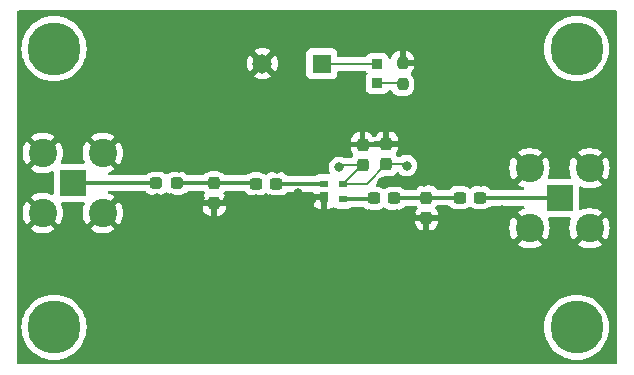
<source format=gbr>
%TF.GenerationSoftware,KiCad,Pcbnew,7.0.5*%
%TF.CreationDate,2023-11-04T20:08:50-04:00*%
%TF.ProjectId,LNA,4c4e412e-6b69-4636-9164-5f7063625858,rev?*%
%TF.SameCoordinates,Original*%
%TF.FileFunction,Copper,L1,Top*%
%TF.FilePolarity,Positive*%
%FSLAX46Y46*%
G04 Gerber Fmt 4.6, Leading zero omitted, Abs format (unit mm)*
G04 Created by KiCad (PCBNEW 7.0.5) date 2023-11-04 20:08:50*
%MOMM*%
%LPD*%
G01*
G04 APERTURE LIST*
G04 Aperture macros list*
%AMRoundRect*
0 Rectangle with rounded corners*
0 $1 Rounding radius*
0 $2 $3 $4 $5 $6 $7 $8 $9 X,Y pos of 4 corners*
0 Add a 4 corners polygon primitive as box body*
4,1,4,$2,$3,$4,$5,$6,$7,$8,$9,$2,$3,0*
0 Add four circle primitives for the rounded corners*
1,1,$1+$1,$2,$3*
1,1,$1+$1,$4,$5*
1,1,$1+$1,$6,$7*
1,1,$1+$1,$8,$9*
0 Add four rect primitives between the rounded corners*
20,1,$1+$1,$2,$3,$4,$5,0*
20,1,$1+$1,$4,$5,$6,$7,0*
20,1,$1+$1,$6,$7,$8,$9,0*
20,1,$1+$1,$8,$9,$2,$3,0*%
G04 Aperture macros list end*
%TA.AperFunction,SMDPad,CuDef*%
%ADD10RoundRect,0.237500X-0.300000X-0.237500X0.300000X-0.237500X0.300000X0.237500X-0.300000X0.237500X0*%
%TD*%
%TA.AperFunction,SMDPad,CuDef*%
%ADD11RoundRect,0.237500X-0.287500X-0.237500X0.287500X-0.237500X0.287500X0.237500X-0.287500X0.237500X0*%
%TD*%
%TA.AperFunction,SMDPad,CuDef*%
%ADD12RoundRect,0.237500X0.300000X0.237500X-0.300000X0.237500X-0.300000X-0.237500X0.300000X-0.237500X0*%
%TD*%
%TA.AperFunction,SMDPad,CuDef*%
%ADD13RoundRect,0.237500X-0.237500X0.300000X-0.237500X-0.300000X0.237500X-0.300000X0.237500X0.300000X0*%
%TD*%
%TA.AperFunction,SMDPad,CuDef*%
%ADD14RoundRect,0.237500X0.237500X-0.300000X0.237500X0.300000X-0.237500X0.300000X-0.237500X-0.300000X0*%
%TD*%
%TA.AperFunction,ComponentPad*%
%ADD15R,2.250000X2.250000*%
%TD*%
%TA.AperFunction,ComponentPad*%
%ADD16C,2.400000*%
%TD*%
%TA.AperFunction,ComponentPad*%
%ADD17C,4.500000*%
%TD*%
%TA.AperFunction,ComponentPad*%
%ADD18R,1.650000X1.650000*%
%TD*%
%TA.AperFunction,ComponentPad*%
%ADD19C,1.650000*%
%TD*%
%TA.AperFunction,SMDPad,CuDef*%
%ADD20R,0.800000X0.600000*%
%TD*%
%TA.AperFunction,SMDPad,CuDef*%
%ADD21R,0.800000X0.900000*%
%TD*%
%TA.AperFunction,SMDPad,CuDef*%
%ADD22R,0.930000X0.810000*%
%TD*%
%TA.AperFunction,SMDPad,CuDef*%
%ADD23RoundRect,0.237500X0.237500X-0.287500X0.237500X0.287500X-0.237500X0.287500X-0.237500X-0.287500X0*%
%TD*%
%TA.AperFunction,SMDPad,CuDef*%
%ADD24RoundRect,0.237500X-0.237500X0.250000X-0.237500X-0.250000X0.237500X-0.250000X0.237500X0.250000X0*%
%TD*%
%TA.AperFunction,ViaPad*%
%ADD25C,0.800000*%
%TD*%
%TA.AperFunction,Conductor*%
%ADD26C,0.348996*%
%TD*%
%TA.AperFunction,Conductor*%
%ADD27C,0.203200*%
%TD*%
G04 APERTURE END LIST*
D10*
%TO.P,C5,1*%
%TO.N,Net-(C3-Pad1)*%
X184117500Y-119960000D03*
%TO.P,C5,2*%
%TO.N,LNA_OUTPUT*%
X185842500Y-119960000D03*
%TD*%
D11*
%TO.P,L1,1,1*%
%TO.N,LNA_INPUT*%
X158415000Y-118740000D03*
%TO.P,L1,2,2*%
%TO.N,Net-(C1-Pad1)*%
X160165000Y-118740000D03*
%TD*%
D12*
%TO.P,C2,1*%
%TO.N,Net-(IC1-IN)*%
X168602500Y-118790000D03*
%TO.P,C2,2*%
%TO.N,Net-(C1-Pad1)*%
X166877500Y-118790000D03*
%TD*%
D13*
%TO.P,C1,1*%
%TO.N,Net-(C1-Pad1)*%
X163330000Y-118717500D03*
%TO.P,C1,2*%
%TO.N,GND*%
X163330000Y-120442500D03*
%TD*%
D14*
%TO.P,C4,1*%
%TO.N,+3.3V*%
X175890000Y-117182500D03*
%TO.P,C4,2*%
%TO.N,GND*%
X175890000Y-115457500D03*
%TD*%
D15*
%TO.P,J2,1,1*%
%TO.N,LNA_INPUT*%
X151355000Y-118710000D03*
D16*
%TO.P,J2,2,2*%
%TO.N,GND*%
X153895000Y-121250000D03*
%TO.P,J2,3,3*%
X153895000Y-116170000D03*
%TO.P,J2,4,4*%
X148815000Y-116170000D03*
%TO.P,J2,5,5*%
X148815000Y-121250000D03*
%TD*%
D17*
%TO.P,,1*%
%TO.N,N/C*%
X149770000Y-130930000D03*
%TD*%
D18*
%TO.P,J1,01,01*%
%TO.N,+3.3V*%
X172420000Y-108600000D03*
D19*
%TO.P,J1,02,02*%
%TO.N,GND*%
X167420000Y-108600000D03*
%TD*%
D20*
%TO.P,IC1,1,IN*%
%TO.N,Net-(IC1-IN)*%
X172640000Y-118780000D03*
D21*
%TO.P,IC1,2,GND*%
%TO.N,GND*%
X172640000Y-119930000D03*
D20*
%TO.P,IC1,3,OUT*%
%TO.N,Net-(IC1-OUT)*%
X174240000Y-120080000D03*
%TO.P,IC1,4,VD*%
%TO.N,+3.3V*%
X174240000Y-118780000D03*
%TD*%
D22*
%TO.P,D1,A*%
%TO.N,+3.3V*%
X177130000Y-108630000D03*
%TO.P,D1,C*%
%TO.N,Net-(D1-PadC)*%
X177130000Y-110250000D03*
%TD*%
D23*
%TO.P,L2,1,1*%
%TO.N,GND*%
X181300000Y-121695000D03*
%TO.P,L2,2,2*%
%TO.N,Net-(C3-Pad1)*%
X181300000Y-119945000D03*
%TD*%
D24*
%TO.P,R1,1*%
%TO.N,GND*%
X179280000Y-108537500D03*
%TO.P,R1,2*%
%TO.N,Net-(D1-PadC)*%
X179280000Y-110362500D03*
%TD*%
D14*
%TO.P,C6,1*%
%TO.N,+3.3V*%
X177910000Y-117112500D03*
%TO.P,C6,2*%
%TO.N,GND*%
X177910000Y-115387500D03*
%TD*%
D17*
%TO.P,,1*%
%TO.N,N/C*%
X194020000Y-130930000D03*
%TD*%
%TO.P,,1*%
%TO.N,N/C*%
X149770000Y-107350000D03*
%TD*%
D12*
%TO.P,C3,1*%
%TO.N,Net-(C3-Pad1)*%
X178552500Y-120010000D03*
%TO.P,C3,2*%
%TO.N,Net-(IC1-OUT)*%
X176827500Y-120010000D03*
%TD*%
D15*
%TO.P,J3,1,1*%
%TO.N,LNA_OUTPUT*%
X192575000Y-120000000D03*
D16*
%TO.P,J3,2,2*%
%TO.N,GND*%
X190035000Y-117460000D03*
%TO.P,J3,3,3*%
X190035000Y-122540000D03*
%TO.P,J3,4,4*%
X195115000Y-122540000D03*
%TO.P,J3,5,5*%
X195115000Y-117460000D03*
%TD*%
D17*
%TO.P,,1*%
%TO.N,N/C*%
X194020000Y-107350000D03*
%TD*%
D25*
%TO.N,GND*%
X171610000Y-120100000D03*
X165652856Y-120100000D03*
X187960000Y-133350000D03*
X181610000Y-111760000D03*
X163890000Y-117470000D03*
X152400000Y-127000000D03*
X186809272Y-130222354D03*
X178868558Y-131194686D03*
X169520000Y-120080000D03*
X185890000Y-118650000D03*
X178808568Y-121320000D03*
X188468000Y-118872000D03*
X160315712Y-117470000D03*
X182287140Y-118630000D03*
X190500000Y-128270000D03*
X158515712Y-120020000D03*
X165100000Y-130810000D03*
X172720000Y-132080000D03*
X156210000Y-124460000D03*
X158708870Y-109317211D03*
X182771428Y-121320000D03*
X163830000Y-106680000D03*
X166242856Y-117540000D03*
X152400000Y-111760000D03*
X179360000Y-115830000D03*
X181095712Y-118630000D03*
X183962856Y-121320000D03*
X159707140Y-120020000D03*
X189230000Y-127000000D03*
X155176063Y-113498239D03*
X164461428Y-120100000D03*
X178712856Y-118630000D03*
X165051428Y-117540000D03*
X174470000Y-115860000D03*
X170420000Y-119530000D03*
X184150000Y-132080000D03*
X168035712Y-120100000D03*
X185420000Y-127000000D03*
X168910000Y-130810000D03*
X162090000Y-120020000D03*
X162209266Y-128050812D03*
X166357884Y-115572548D03*
X157480000Y-111760000D03*
X186971327Y-114697449D03*
X187730000Y-120980000D03*
X185448007Y-123221562D03*
X185154284Y-121320000D03*
X181610000Y-129540000D03*
X157480000Y-128270000D03*
X156741428Y-117470000D03*
X156132856Y-120020000D03*
X161290000Y-109220000D03*
X161507140Y-117470000D03*
X162954721Y-113012073D03*
X184670000Y-118630000D03*
X173990000Y-125730000D03*
X159746024Y-113919583D03*
X157324284Y-120020000D03*
X187651960Y-109479266D03*
X180391879Y-126559902D03*
X182880000Y-115570000D03*
X168625712Y-117540000D03*
X176530000Y-129540000D03*
X181180000Y-107610000D03*
X171008568Y-117540000D03*
X187960000Y-107950000D03*
X176425712Y-121320000D03*
X148590000Y-111760000D03*
X162698568Y-117470000D03*
X153670000Y-109220000D03*
X179904284Y-118630000D03*
X172200000Y-117540000D03*
X167434284Y-117540000D03*
X169696224Y-114243694D03*
X170180000Y-128270000D03*
X185420000Y-107950000D03*
X177521428Y-118630000D03*
X149860000Y-113030000D03*
X195657495Y-111974919D03*
X184150000Y-111760000D03*
X177617140Y-121320000D03*
X157480000Y-130810000D03*
X186560000Y-121270000D03*
X169817140Y-117540000D03*
X176530000Y-124460000D03*
X180000000Y-121320000D03*
X162403732Y-111002586D03*
X160898568Y-120020000D03*
X172418755Y-115442904D03*
X165100000Y-125730000D03*
X189230000Y-111760000D03*
X161290000Y-111760000D03*
X162533377Y-115507726D03*
X187110000Y-118830000D03*
X159124284Y-117470000D03*
X160199779Y-106497447D03*
X148590000Y-124460000D03*
X166844284Y-120100000D03*
X157932856Y-117470000D03*
X160020000Y-124460000D03*
X167640000Y-124460000D03*
X154592663Y-106043692D03*
X183478568Y-118630000D03*
X156210000Y-106680000D03*
%TO.N,+3.3V*%
X173920000Y-117400000D03*
X179630000Y-117240000D03*
%TD*%
D26*
%TO.N,Net-(C1-Pad1)*%
X163307500Y-118740000D02*
X163330000Y-118717500D01*
X163330000Y-118717500D02*
X166805000Y-118717500D01*
X166805000Y-118717500D02*
X166877500Y-118790000D01*
X160165000Y-118740000D02*
X163307500Y-118740000D01*
D27*
%TO.N,GND*%
X174872500Y-115457500D02*
X174470000Y-115860000D01*
X175890000Y-115457500D02*
X174872500Y-115457500D01*
X172640000Y-119930000D02*
X171780000Y-119930000D01*
X171780000Y-119930000D02*
X171610000Y-120100000D01*
X179280000Y-108537500D02*
X180252500Y-108537500D01*
X180252500Y-108537500D02*
X181180000Y-107610000D01*
X177910000Y-115387500D02*
X178917500Y-115387500D01*
X178917500Y-115387500D02*
X179360000Y-115830000D01*
D26*
%TO.N,Net-(IC1-IN)*%
X168612500Y-118780000D02*
X172640000Y-118780000D01*
X168602500Y-118790000D02*
X168612500Y-118780000D01*
%TO.N,Net-(C3-Pad1)*%
X181235000Y-120010000D02*
X181300000Y-119945000D01*
X178552500Y-120010000D02*
X181235000Y-120010000D01*
X181300000Y-119945000D02*
X184102500Y-119945000D01*
X184102500Y-119945000D02*
X184117500Y-119960000D01*
%TO.N,Net-(IC1-OUT)*%
X174240000Y-120080000D02*
X176757500Y-120080000D01*
X176757500Y-120080000D02*
X176827500Y-120010000D01*
D27*
%TO.N,+3.3V*%
X176242500Y-118780000D02*
X174240000Y-118780000D01*
X174137500Y-117182500D02*
X173920000Y-117400000D01*
X175890000Y-117182500D02*
X174137500Y-117182500D01*
X175837500Y-117182500D02*
X174240000Y-118780000D01*
X177910000Y-117112500D02*
X179502500Y-117112500D01*
X172400000Y-108630000D02*
X177130000Y-108630000D01*
X177910000Y-117112500D02*
X176242500Y-118780000D01*
X175890000Y-117182500D02*
X175837500Y-117182500D01*
X179502500Y-117112500D02*
X179630000Y-117240000D01*
D26*
%TO.N,LNA_OUTPUT*%
X185842500Y-119960000D02*
X185882500Y-120000000D01*
X185882500Y-120000000D02*
X192575000Y-120000000D01*
D27*
%TO.N,Net-(D1-PadC)*%
X177130000Y-110250000D02*
X179167500Y-110250000D01*
X179167500Y-110250000D02*
X179280000Y-110362500D01*
D26*
%TO.N,LNA_INPUT*%
X158385000Y-118710000D02*
X158415000Y-118740000D01*
X151355000Y-118710000D02*
X158385000Y-118710000D01*
%TD*%
%TA.AperFunction,Conductor*%
%TO.N,GND*%
G36*
X197392539Y-104130185D02*
G01*
X197438294Y-104182989D01*
X197449500Y-104234500D01*
X197449500Y-133915500D01*
X197429815Y-133982539D01*
X197377011Y-134028294D01*
X197325500Y-134039500D01*
X146774500Y-134039500D01*
X146707461Y-134019815D01*
X146661706Y-133967011D01*
X146650500Y-133915500D01*
X146650500Y-130930000D01*
X147014473Y-130930000D01*
X147034563Y-131262136D01*
X147034563Y-131262141D01*
X147034564Y-131262142D01*
X147094544Y-131589441D01*
X147094545Y-131589445D01*
X147094546Y-131589449D01*
X147193530Y-131907104D01*
X147193534Y-131907116D01*
X147193537Y-131907123D01*
X147330102Y-132210557D01*
X147502246Y-132495318D01*
X147502251Y-132495326D01*
X147707460Y-132757255D01*
X147942744Y-132992539D01*
X148204673Y-133197748D01*
X148204678Y-133197751D01*
X148204682Y-133197754D01*
X148489443Y-133369898D01*
X148792877Y-133506463D01*
X148792890Y-133506467D01*
X148792895Y-133506469D01*
X149004665Y-133572458D01*
X149110559Y-133605456D01*
X149437858Y-133665436D01*
X149770000Y-133685527D01*
X150102142Y-133665436D01*
X150429441Y-133605456D01*
X150747123Y-133506463D01*
X151050557Y-133369898D01*
X151335318Y-133197754D01*
X151597252Y-132992542D01*
X151832542Y-132757252D01*
X152037754Y-132495318D01*
X152209898Y-132210557D01*
X152346463Y-131907123D01*
X152445456Y-131589441D01*
X152505436Y-131262142D01*
X152525527Y-130930000D01*
X152525527Y-130929999D01*
X191264473Y-130929999D01*
X191284563Y-131262136D01*
X191284563Y-131262141D01*
X191284564Y-131262142D01*
X191344544Y-131589441D01*
X191344545Y-131589445D01*
X191344546Y-131589449D01*
X191443530Y-131907104D01*
X191443534Y-131907116D01*
X191443537Y-131907123D01*
X191580102Y-132210557D01*
X191752246Y-132495318D01*
X191752251Y-132495326D01*
X191957460Y-132757255D01*
X192192744Y-132992539D01*
X192454673Y-133197748D01*
X192454678Y-133197751D01*
X192454682Y-133197754D01*
X192739443Y-133369898D01*
X193042877Y-133506463D01*
X193042890Y-133506467D01*
X193042895Y-133506469D01*
X193254665Y-133572458D01*
X193360559Y-133605456D01*
X193687858Y-133665436D01*
X194020000Y-133685527D01*
X194352142Y-133665436D01*
X194679441Y-133605456D01*
X194997123Y-133506463D01*
X195300557Y-133369898D01*
X195585318Y-133197754D01*
X195847252Y-132992542D01*
X196082542Y-132757252D01*
X196287754Y-132495318D01*
X196459898Y-132210557D01*
X196596463Y-131907123D01*
X196695456Y-131589441D01*
X196755436Y-131262142D01*
X196775527Y-130930000D01*
X196755436Y-130597858D01*
X196695456Y-130270559D01*
X196596463Y-129952877D01*
X196459898Y-129649443D01*
X196287754Y-129364682D01*
X196287751Y-129364678D01*
X196287748Y-129364673D01*
X196082539Y-129102744D01*
X195847255Y-128867460D01*
X195585326Y-128662251D01*
X195585318Y-128662246D01*
X195300557Y-128490102D01*
X194997123Y-128353537D01*
X194997116Y-128353534D01*
X194997104Y-128353530D01*
X194679449Y-128254546D01*
X194679445Y-128254545D01*
X194679441Y-128254544D01*
X194352142Y-128194564D01*
X194352141Y-128194563D01*
X194352136Y-128194563D01*
X194020000Y-128174473D01*
X193687863Y-128194563D01*
X193687857Y-128194564D01*
X193687858Y-128194564D01*
X193360559Y-128254544D01*
X193360556Y-128254544D01*
X193360550Y-128254546D01*
X193042895Y-128353530D01*
X193042879Y-128353536D01*
X193042877Y-128353537D01*
X192849656Y-128440498D01*
X192739447Y-128490100D01*
X192739445Y-128490101D01*
X192454673Y-128662251D01*
X192192744Y-128867460D01*
X191957460Y-129102744D01*
X191752251Y-129364673D01*
X191580101Y-129649445D01*
X191580100Y-129649447D01*
X191443536Y-129952880D01*
X191443530Y-129952895D01*
X191344546Y-130270550D01*
X191284563Y-130597863D01*
X191264473Y-130929999D01*
X152525527Y-130929999D01*
X152505436Y-130597858D01*
X152445456Y-130270559D01*
X152346463Y-129952877D01*
X152209898Y-129649443D01*
X152037754Y-129364682D01*
X152037751Y-129364678D01*
X152037748Y-129364673D01*
X151832539Y-129102744D01*
X151597255Y-128867460D01*
X151335326Y-128662251D01*
X151335318Y-128662246D01*
X151050557Y-128490102D01*
X150747123Y-128353537D01*
X150747116Y-128353534D01*
X150747104Y-128353530D01*
X150429449Y-128254546D01*
X150429445Y-128254545D01*
X150429441Y-128254544D01*
X150102142Y-128194564D01*
X150102141Y-128194563D01*
X150102136Y-128194563D01*
X149770000Y-128174473D01*
X149437863Y-128194563D01*
X149437857Y-128194564D01*
X149437858Y-128194564D01*
X149110559Y-128254544D01*
X149110556Y-128254544D01*
X149110550Y-128254546D01*
X148792895Y-128353530D01*
X148792879Y-128353536D01*
X148792877Y-128353537D01*
X148599656Y-128440498D01*
X148489447Y-128490100D01*
X148489445Y-128490101D01*
X148204673Y-128662251D01*
X147942744Y-128867460D01*
X147707460Y-129102744D01*
X147502251Y-129364673D01*
X147330101Y-129649445D01*
X147330100Y-129649447D01*
X147193536Y-129952880D01*
X147193530Y-129952895D01*
X147094546Y-130270550D01*
X147034563Y-130597863D01*
X147014473Y-130930000D01*
X146650500Y-130930000D01*
X146650500Y-121250004D01*
X147110233Y-121250004D01*
X147129273Y-121504079D01*
X147185968Y-121752477D01*
X147185973Y-121752494D01*
X147279058Y-121989671D01*
X147279057Y-121989671D01*
X147406457Y-122210332D01*
X147448452Y-122262993D01*
X147448453Y-122262993D01*
X148098338Y-121613108D01*
X148185577Y-121751948D01*
X148313052Y-121879423D01*
X148451890Y-121966661D01*
X147801813Y-122616737D01*
X147962623Y-122726375D01*
X147962624Y-122726376D01*
X148192176Y-122836921D01*
X148192174Y-122836921D01*
X148435652Y-122912024D01*
X148435658Y-122912026D01*
X148687595Y-122949999D01*
X148687604Y-122950000D01*
X148942396Y-122950000D01*
X148942404Y-122949999D01*
X149194341Y-122912026D01*
X149194347Y-122912024D01*
X149437824Y-122836921D01*
X149667381Y-122726373D01*
X149828185Y-122616737D01*
X149178108Y-121966661D01*
X149316948Y-121879423D01*
X149444423Y-121751948D01*
X149531661Y-121613108D01*
X150181545Y-122262993D01*
X150223545Y-122210327D01*
X150350941Y-121989671D01*
X150444026Y-121752494D01*
X150444031Y-121752477D01*
X150500726Y-121504079D01*
X150519767Y-121250004D01*
X150519767Y-121249995D01*
X150500726Y-120995920D01*
X150444031Y-120747522D01*
X150444026Y-120747505D01*
X150349247Y-120506010D01*
X150351051Y-120505301D01*
X150341023Y-120444341D01*
X150368755Y-120380210D01*
X150426756Y-120341254D01*
X150464087Y-120335499D01*
X152245907Y-120335499D01*
X152312946Y-120355184D01*
X152358701Y-120407988D01*
X152368645Y-120477146D01*
X152359947Y-120505693D01*
X152360753Y-120506010D01*
X152265973Y-120747505D01*
X152265968Y-120747522D01*
X152209273Y-120995920D01*
X152190233Y-121249995D01*
X152190233Y-121250004D01*
X152209273Y-121504079D01*
X152265968Y-121752477D01*
X152265973Y-121752494D01*
X152359058Y-121989671D01*
X152359057Y-121989671D01*
X152486457Y-122210332D01*
X152528452Y-122262993D01*
X153178338Y-121613107D01*
X153265577Y-121751948D01*
X153393052Y-121879423D01*
X153531890Y-121966661D01*
X152881813Y-122616737D01*
X153042623Y-122726375D01*
X153042624Y-122726376D01*
X153272176Y-122836921D01*
X153272174Y-122836921D01*
X153515652Y-122912024D01*
X153515658Y-122912026D01*
X153767595Y-122949999D01*
X153767604Y-122950000D01*
X154022396Y-122950000D01*
X154022404Y-122949999D01*
X154274341Y-122912026D01*
X154274347Y-122912024D01*
X154517824Y-122836921D01*
X154747381Y-122726373D01*
X154908185Y-122616737D01*
X154258108Y-121966661D01*
X154396948Y-121879423D01*
X154524423Y-121751948D01*
X154611661Y-121613109D01*
X155261545Y-122262993D01*
X155303545Y-122210327D01*
X155430941Y-121989671D01*
X155448473Y-121945000D01*
X180325001Y-121945000D01*
X180325001Y-122031654D01*
X180335319Y-122132652D01*
X180389546Y-122296300D01*
X180389551Y-122296311D01*
X180480052Y-122443034D01*
X180480055Y-122443038D01*
X180601961Y-122564944D01*
X180601965Y-122564947D01*
X180748688Y-122655448D01*
X180748699Y-122655453D01*
X180912347Y-122709680D01*
X181013352Y-122719999D01*
X181050000Y-122719999D01*
X181050000Y-121945000D01*
X181550000Y-121945000D01*
X181550000Y-122719999D01*
X181586640Y-122719999D01*
X181586654Y-122719998D01*
X181687652Y-122709680D01*
X181851300Y-122655453D01*
X181851311Y-122655448D01*
X181998034Y-122564947D01*
X181998038Y-122564944D01*
X182119944Y-122443038D01*
X182119947Y-122443034D01*
X182210448Y-122296311D01*
X182210453Y-122296300D01*
X182264680Y-122132652D01*
X182274999Y-122031654D01*
X182275000Y-122031641D01*
X182275000Y-121945000D01*
X181550000Y-121945000D01*
X181050000Y-121945000D01*
X180325001Y-121945000D01*
X155448473Y-121945000D01*
X155524026Y-121752494D01*
X155524031Y-121752477D01*
X155580726Y-121504079D01*
X155599767Y-121250004D01*
X155599767Y-121249995D01*
X155580726Y-120995920D01*
X155524031Y-120747522D01*
X155524026Y-120747505D01*
X155502438Y-120692500D01*
X162355001Y-120692500D01*
X162355001Y-120791654D01*
X162365319Y-120892652D01*
X162419546Y-121056300D01*
X162419551Y-121056311D01*
X162510052Y-121203034D01*
X162510055Y-121203038D01*
X162631961Y-121324944D01*
X162631965Y-121324947D01*
X162778688Y-121415448D01*
X162778699Y-121415453D01*
X162942347Y-121469680D01*
X163043352Y-121479999D01*
X163080000Y-121479999D01*
X163080000Y-120692500D01*
X163580000Y-120692500D01*
X163580000Y-121479999D01*
X163616640Y-121479999D01*
X163616654Y-121479998D01*
X163717652Y-121469680D01*
X163881300Y-121415453D01*
X163881311Y-121415448D01*
X164028034Y-121324947D01*
X164028038Y-121324944D01*
X164149944Y-121203038D01*
X164149947Y-121203034D01*
X164240448Y-121056311D01*
X164240453Y-121056300D01*
X164294680Y-120892652D01*
X164304999Y-120791654D01*
X164305000Y-120791641D01*
X164305000Y-120692500D01*
X163580000Y-120692500D01*
X163080000Y-120692500D01*
X162355001Y-120692500D01*
X155502438Y-120692500D01*
X155430941Y-120510328D01*
X155430942Y-120510328D01*
X155303544Y-120289671D01*
X155261545Y-120237005D01*
X154611660Y-120886890D01*
X154524423Y-120748052D01*
X154396948Y-120620577D01*
X154258108Y-120533338D01*
X154908185Y-119883261D01*
X154747377Y-119773624D01*
X154747376Y-119773623D01*
X154517823Y-119663078D01*
X154517825Y-119663078D01*
X154402447Y-119627489D01*
X154344188Y-119588918D01*
X154316030Y-119524974D01*
X154326914Y-119455957D01*
X154373383Y-119403780D01*
X154438997Y-119384998D01*
X157442545Y-119384998D01*
X157509584Y-119404683D01*
X157538436Y-119434060D01*
X157540179Y-119432683D01*
X157544660Y-119438350D01*
X157666650Y-119560340D01*
X157813484Y-119650908D01*
X157977247Y-119705174D01*
X158078323Y-119715500D01*
X158751676Y-119715499D01*
X158751684Y-119715498D01*
X158751687Y-119715498D01*
X158807030Y-119709844D01*
X158852753Y-119705174D01*
X159016516Y-119650908D01*
X159163350Y-119560340D01*
X159202319Y-119521370D01*
X159263640Y-119487886D01*
X159333331Y-119492870D01*
X159377679Y-119521370D01*
X159406310Y-119550000D01*
X159416650Y-119560340D01*
X159563484Y-119650908D01*
X159727247Y-119705174D01*
X159828323Y-119715500D01*
X160501676Y-119715499D01*
X160501684Y-119715498D01*
X160501687Y-119715498D01*
X160557030Y-119709844D01*
X160602753Y-119705174D01*
X160766516Y-119650908D01*
X160913350Y-119560340D01*
X161022374Y-119451315D01*
X161083697Y-119417832D01*
X161110055Y-119414998D01*
X162401377Y-119414998D01*
X162468416Y-119434683D01*
X162506914Y-119473899D01*
X162509657Y-119478346D01*
X162509660Y-119478350D01*
X162523982Y-119492672D01*
X162557467Y-119553995D01*
X162552483Y-119623687D01*
X162523985Y-119668032D01*
X162510052Y-119681965D01*
X162419551Y-119828688D01*
X162419546Y-119828699D01*
X162365319Y-119992347D01*
X162355000Y-120093345D01*
X162355000Y-120192500D01*
X164304999Y-120192500D01*
X164304999Y-120180000D01*
X171740000Y-120180000D01*
X171740000Y-120427844D01*
X171746401Y-120487372D01*
X171746403Y-120487379D01*
X171796645Y-120622086D01*
X171796649Y-120622093D01*
X171882809Y-120737187D01*
X171882812Y-120737190D01*
X171997906Y-120823350D01*
X171997913Y-120823354D01*
X172132620Y-120873596D01*
X172132627Y-120873598D01*
X172192155Y-120879999D01*
X172192172Y-120880000D01*
X172390000Y-120880000D01*
X172390000Y-120180000D01*
X171740000Y-120180000D01*
X164304999Y-120180000D01*
X164304999Y-120093360D01*
X164304998Y-120093345D01*
X164294680Y-119992347D01*
X164240453Y-119828699D01*
X164240448Y-119828688D01*
X164149947Y-119681965D01*
X164149944Y-119681961D01*
X164136017Y-119668034D01*
X164102532Y-119606711D01*
X164107516Y-119537019D01*
X164136017Y-119492672D01*
X164150340Y-119478350D01*
X164150342Y-119478347D01*
X164166963Y-119451401D01*
X164218911Y-119404676D01*
X164272501Y-119392498D01*
X165866331Y-119392498D01*
X165933370Y-119412183D01*
X165971869Y-119451401D01*
X165994657Y-119488346D01*
X165994660Y-119488350D01*
X166116650Y-119610340D01*
X166263484Y-119700908D01*
X166427247Y-119755174D01*
X166528323Y-119765500D01*
X167226676Y-119765499D01*
X167226684Y-119765498D01*
X167226687Y-119765498D01*
X167282030Y-119759844D01*
X167327753Y-119755174D01*
X167491516Y-119700908D01*
X167638350Y-119610340D01*
X167652319Y-119596371D01*
X167713642Y-119562886D01*
X167783334Y-119567870D01*
X167827681Y-119596371D01*
X167841650Y-119610340D01*
X167988484Y-119700908D01*
X168152247Y-119755174D01*
X168253323Y-119765500D01*
X168951676Y-119765499D01*
X168951684Y-119765498D01*
X168951687Y-119765498D01*
X169007030Y-119759844D01*
X169052753Y-119755174D01*
X169216516Y-119700908D01*
X169363350Y-119610340D01*
X169482372Y-119491317D01*
X169543696Y-119457832D01*
X169570054Y-119454998D01*
X171616000Y-119454998D01*
X171683039Y-119474683D01*
X171728794Y-119527487D01*
X171740000Y-119578998D01*
X171740000Y-119680000D01*
X172766000Y-119680000D01*
X172833039Y-119699685D01*
X172878794Y-119752489D01*
X172890000Y-119804000D01*
X172890000Y-120880000D01*
X173087828Y-120880000D01*
X173087844Y-120879999D01*
X173147372Y-120873598D01*
X173147379Y-120873596D01*
X173282086Y-120823354D01*
X173282089Y-120823352D01*
X173365271Y-120761082D01*
X173430735Y-120736664D01*
X173499008Y-120751515D01*
X173513887Y-120761077D01*
X173597076Y-120823352D01*
X173597668Y-120823795D01*
X173597671Y-120823797D01*
X173732517Y-120874091D01*
X173732516Y-120874091D01*
X173739444Y-120874835D01*
X173792127Y-120880500D01*
X174687872Y-120880499D01*
X174747483Y-120874091D01*
X174882331Y-120823796D01*
X174941194Y-120779730D01*
X175006658Y-120755314D01*
X175015505Y-120754998D01*
X175939946Y-120754998D01*
X176006985Y-120774683D01*
X176027626Y-120791317D01*
X176066650Y-120830340D01*
X176213484Y-120920908D01*
X176377247Y-120975174D01*
X176478323Y-120985500D01*
X177176676Y-120985499D01*
X177176684Y-120985498D01*
X177176687Y-120985498D01*
X177232030Y-120979844D01*
X177277753Y-120975174D01*
X177441516Y-120920908D01*
X177588350Y-120830340D01*
X177602319Y-120816370D01*
X177663642Y-120782886D01*
X177733334Y-120787870D01*
X177777681Y-120816371D01*
X177791650Y-120830340D01*
X177938484Y-120920908D01*
X178102247Y-120975174D01*
X178203323Y-120985500D01*
X178901676Y-120985499D01*
X178901684Y-120985498D01*
X178901687Y-120985498D01*
X178957030Y-120979844D01*
X179002753Y-120975174D01*
X179166516Y-120920908D01*
X179313350Y-120830340D01*
X179422374Y-120721315D01*
X179483697Y-120687832D01*
X179510055Y-120684998D01*
X180419946Y-120684998D01*
X180486985Y-120704683D01*
X180507627Y-120721317D01*
X180518982Y-120732672D01*
X180552467Y-120793995D01*
X180547483Y-120863687D01*
X180518983Y-120908033D01*
X180480055Y-120946961D01*
X180480052Y-120946965D01*
X180389551Y-121093688D01*
X180389546Y-121093699D01*
X180335319Y-121257347D01*
X180325000Y-121358345D01*
X180325000Y-121445000D01*
X182274999Y-121445000D01*
X182274999Y-121358360D01*
X182274998Y-121358345D01*
X182264680Y-121257347D01*
X182210453Y-121093699D01*
X182210448Y-121093688D01*
X182119947Y-120946965D01*
X182119944Y-120946961D01*
X182081017Y-120908034D01*
X182047532Y-120846711D01*
X182052516Y-120777019D01*
X182081016Y-120732673D01*
X182120340Y-120693350D01*
X182129252Y-120678900D01*
X182181201Y-120632176D01*
X182234791Y-120619998D01*
X183144946Y-120619998D01*
X183211985Y-120639683D01*
X183232627Y-120656317D01*
X183234659Y-120658349D01*
X183234660Y-120658350D01*
X183356650Y-120780340D01*
X183503484Y-120870908D01*
X183667247Y-120925174D01*
X183768323Y-120935500D01*
X184466676Y-120935499D01*
X184466684Y-120935498D01*
X184466687Y-120935498D01*
X184522030Y-120929844D01*
X184567753Y-120925174D01*
X184731516Y-120870908D01*
X184878350Y-120780340D01*
X184892320Y-120766369D01*
X184953639Y-120732885D01*
X185023331Y-120737868D01*
X185067678Y-120766368D01*
X185081650Y-120780340D01*
X185228484Y-120870908D01*
X185392247Y-120925174D01*
X185493323Y-120935500D01*
X186191676Y-120935499D01*
X186191684Y-120935498D01*
X186191687Y-120935498D01*
X186247030Y-120929844D01*
X186292753Y-120925174D01*
X186456516Y-120870908D01*
X186603350Y-120780340D01*
X186672372Y-120711317D01*
X186733696Y-120677832D01*
X186760054Y-120674998D01*
X189491003Y-120674998D01*
X189558042Y-120694683D01*
X189603797Y-120747487D01*
X189613741Y-120816645D01*
X189584716Y-120880201D01*
X189527553Y-120917489D01*
X189412175Y-120953078D01*
X189182624Y-121063623D01*
X189182616Y-121063628D01*
X189021813Y-121173261D01*
X189671891Y-121823338D01*
X189533052Y-121910577D01*
X189405577Y-122038052D01*
X189318338Y-122176891D01*
X188668453Y-121527006D01*
X188626455Y-121579670D01*
X188499058Y-121800328D01*
X188405973Y-122037505D01*
X188405968Y-122037522D01*
X188349273Y-122285920D01*
X188330233Y-122539995D01*
X188330233Y-122540004D01*
X188349273Y-122794079D01*
X188405968Y-123042477D01*
X188405973Y-123042494D01*
X188499058Y-123279671D01*
X188499057Y-123279671D01*
X188626457Y-123500332D01*
X188668452Y-123552993D01*
X188668453Y-123552993D01*
X189318338Y-122903108D01*
X189405577Y-123041948D01*
X189533052Y-123169423D01*
X189671890Y-123256660D01*
X189021813Y-123906737D01*
X189182623Y-124016375D01*
X189182624Y-124016376D01*
X189412176Y-124126921D01*
X189412174Y-124126921D01*
X189655652Y-124202024D01*
X189655658Y-124202026D01*
X189907595Y-124239999D01*
X189907604Y-124240000D01*
X190162396Y-124240000D01*
X190162404Y-124239999D01*
X190414341Y-124202026D01*
X190414347Y-124202024D01*
X190657824Y-124126921D01*
X190887381Y-124016373D01*
X191048185Y-123906737D01*
X190398109Y-123256660D01*
X190536948Y-123169423D01*
X190664423Y-123041948D01*
X190751661Y-122903108D01*
X191401545Y-123552993D01*
X191443545Y-123500327D01*
X191570941Y-123279671D01*
X191664026Y-123042494D01*
X191664031Y-123042477D01*
X191720726Y-122794079D01*
X191739767Y-122540004D01*
X191739767Y-122539995D01*
X191720726Y-122285920D01*
X191664031Y-122037522D01*
X191664026Y-122037505D01*
X191569247Y-121796010D01*
X191571051Y-121795301D01*
X191561023Y-121734341D01*
X191588755Y-121670210D01*
X191646756Y-121631254D01*
X191684087Y-121625499D01*
X193465907Y-121625499D01*
X193532946Y-121645184D01*
X193578701Y-121697988D01*
X193588645Y-121767146D01*
X193579947Y-121795693D01*
X193580753Y-121796010D01*
X193485973Y-122037505D01*
X193485968Y-122037522D01*
X193429273Y-122285920D01*
X193410233Y-122539995D01*
X193410233Y-122540004D01*
X193429273Y-122794079D01*
X193485968Y-123042477D01*
X193485973Y-123042494D01*
X193579058Y-123279671D01*
X193579057Y-123279671D01*
X193706457Y-123500332D01*
X193748452Y-123552993D01*
X194398338Y-122903107D01*
X194485577Y-123041948D01*
X194613052Y-123169423D01*
X194751890Y-123256661D01*
X194101813Y-123906737D01*
X194262623Y-124016375D01*
X194262624Y-124016376D01*
X194492176Y-124126921D01*
X194492174Y-124126921D01*
X194735652Y-124202024D01*
X194735658Y-124202026D01*
X194987595Y-124239999D01*
X194987604Y-124240000D01*
X195242396Y-124240000D01*
X195242404Y-124239999D01*
X195494341Y-124202026D01*
X195494347Y-124202024D01*
X195737824Y-124126921D01*
X195967381Y-124016373D01*
X196128185Y-123906737D01*
X195478108Y-123256661D01*
X195616948Y-123169423D01*
X195744423Y-123041948D01*
X195831661Y-122903108D01*
X196481545Y-123552993D01*
X196523545Y-123500327D01*
X196650941Y-123279671D01*
X196744026Y-123042494D01*
X196744031Y-123042477D01*
X196800726Y-122794079D01*
X196819767Y-122540004D01*
X196819767Y-122539995D01*
X196800726Y-122285920D01*
X196744031Y-122037522D01*
X196744026Y-122037505D01*
X196650941Y-121800328D01*
X196650942Y-121800328D01*
X196523544Y-121579671D01*
X196481546Y-121527006D01*
X195831661Y-122176890D01*
X195744423Y-122038052D01*
X195616948Y-121910577D01*
X195478108Y-121823338D01*
X196128185Y-121173261D01*
X195967377Y-121063624D01*
X195967376Y-121063623D01*
X195737823Y-120953078D01*
X195737825Y-120953078D01*
X195494347Y-120877975D01*
X195494341Y-120877973D01*
X195242404Y-120840000D01*
X194987595Y-120840000D01*
X194735658Y-120877973D01*
X194735652Y-120877975D01*
X194492175Y-120953078D01*
X194378300Y-121007918D01*
X194309359Y-121019270D01*
X194245225Y-120991548D01*
X194206259Y-120933552D01*
X194200499Y-120896203D01*
X194200499Y-119103801D01*
X194220184Y-119036763D01*
X194272988Y-118991008D01*
X194342146Y-118981064D01*
X194378300Y-118992082D01*
X194492176Y-119046921D01*
X194492174Y-119046921D01*
X194735652Y-119122024D01*
X194735658Y-119122026D01*
X194987595Y-119159999D01*
X194987604Y-119160000D01*
X195242396Y-119160000D01*
X195242404Y-119159999D01*
X195494341Y-119122026D01*
X195494347Y-119122024D01*
X195737824Y-119046921D01*
X195967381Y-118936373D01*
X196128185Y-118826737D01*
X195478108Y-118176661D01*
X195616948Y-118089423D01*
X195744423Y-117961948D01*
X195831661Y-117823108D01*
X196481545Y-118472993D01*
X196523545Y-118420327D01*
X196650941Y-118199671D01*
X196744026Y-117962494D01*
X196744031Y-117962477D01*
X196800726Y-117714079D01*
X196819767Y-117460004D01*
X196819767Y-117459995D01*
X196800726Y-117205920D01*
X196744031Y-116957522D01*
X196744026Y-116957505D01*
X196650941Y-116720328D01*
X196650942Y-116720328D01*
X196523544Y-116499671D01*
X196481546Y-116447006D01*
X195831661Y-117096890D01*
X195744423Y-116958052D01*
X195616948Y-116830577D01*
X195478108Y-116743338D01*
X196128185Y-116093261D01*
X195967377Y-115983624D01*
X195967376Y-115983623D01*
X195737823Y-115873078D01*
X195737825Y-115873078D01*
X195494347Y-115797975D01*
X195494341Y-115797973D01*
X195242404Y-115760000D01*
X194987595Y-115760000D01*
X194735658Y-115797973D01*
X194735652Y-115797975D01*
X194492175Y-115873078D01*
X194262624Y-115983623D01*
X194262616Y-115983628D01*
X194101813Y-116093261D01*
X194751891Y-116743338D01*
X194613052Y-116830577D01*
X194485577Y-116958052D01*
X194398338Y-117096891D01*
X193748453Y-116447006D01*
X193706455Y-116499670D01*
X193579058Y-116720328D01*
X193485973Y-116957505D01*
X193485968Y-116957522D01*
X193429273Y-117205920D01*
X193410233Y-117459995D01*
X193410233Y-117460004D01*
X193429273Y-117714079D01*
X193485968Y-117962477D01*
X193485973Y-117962494D01*
X193580753Y-118203990D01*
X193578940Y-118204701D01*
X193588982Y-118265618D01*
X193561271Y-118329758D01*
X193503282Y-118368733D01*
X193465907Y-118374500D01*
X191684093Y-118374500D01*
X191617054Y-118354815D01*
X191571299Y-118302011D01*
X191561355Y-118232853D01*
X191570056Y-118204307D01*
X191569247Y-118203990D01*
X191664026Y-117962494D01*
X191664031Y-117962477D01*
X191720726Y-117714079D01*
X191739767Y-117460004D01*
X191739767Y-117459995D01*
X191720726Y-117205920D01*
X191664031Y-116957522D01*
X191664026Y-116957505D01*
X191570941Y-116720328D01*
X191570942Y-116720328D01*
X191443544Y-116499671D01*
X191401545Y-116447005D01*
X190751660Y-117096890D01*
X190664423Y-116958052D01*
X190536948Y-116830577D01*
X190398108Y-116743338D01*
X191048185Y-116093261D01*
X190887377Y-115983624D01*
X190887376Y-115983623D01*
X190657823Y-115873078D01*
X190657825Y-115873078D01*
X190414347Y-115797975D01*
X190414341Y-115797973D01*
X190162404Y-115760000D01*
X189907595Y-115760000D01*
X189655658Y-115797973D01*
X189655652Y-115797975D01*
X189412175Y-115873078D01*
X189182624Y-115983623D01*
X189182616Y-115983628D01*
X189021813Y-116093261D01*
X189671891Y-116743338D01*
X189533052Y-116830577D01*
X189405577Y-116958052D01*
X189318338Y-117096891D01*
X188668453Y-116447006D01*
X188626455Y-116499670D01*
X188499058Y-116720328D01*
X188405973Y-116957505D01*
X188405968Y-116957522D01*
X188349273Y-117205920D01*
X188330233Y-117459995D01*
X188330233Y-117460004D01*
X188349273Y-117714079D01*
X188405968Y-117962477D01*
X188405973Y-117962494D01*
X188499058Y-118199671D01*
X188499057Y-118199671D01*
X188626457Y-118420332D01*
X188668452Y-118472993D01*
X188668453Y-118472993D01*
X189318338Y-117823108D01*
X189405577Y-117961948D01*
X189533052Y-118089423D01*
X189671890Y-118176661D01*
X189021813Y-118826737D01*
X189182623Y-118936375D01*
X189182624Y-118936376D01*
X189412176Y-119046921D01*
X189412174Y-119046921D01*
X189527553Y-119082511D01*
X189585812Y-119121082D01*
X189613970Y-119185026D01*
X189603086Y-119254043D01*
X189556617Y-119306220D01*
X189491003Y-119325002D01*
X186833623Y-119325002D01*
X186766584Y-119305317D01*
X186728086Y-119266101D01*
X186725342Y-119261653D01*
X186725339Y-119261649D01*
X186603351Y-119139661D01*
X186603350Y-119139660D01*
X186456516Y-119049092D01*
X186292753Y-118994826D01*
X186292751Y-118994825D01*
X186191678Y-118984500D01*
X185493330Y-118984500D01*
X185493312Y-118984501D01*
X185392247Y-118994825D01*
X185228484Y-119049092D01*
X185228481Y-119049093D01*
X185081648Y-119139661D01*
X185067681Y-119153629D01*
X185006358Y-119187114D01*
X184936666Y-119182130D01*
X184892319Y-119153629D01*
X184878351Y-119139661D01*
X184878351Y-119139660D01*
X184878350Y-119139660D01*
X184731516Y-119049092D01*
X184567753Y-118994826D01*
X184567751Y-118994825D01*
X184466678Y-118984500D01*
X183768330Y-118984500D01*
X183768312Y-118984501D01*
X183667247Y-118994825D01*
X183503484Y-119049092D01*
X183503481Y-119049093D01*
X183356648Y-119139661D01*
X183262627Y-119233683D01*
X183201304Y-119267168D01*
X183174946Y-119270002D01*
X182234791Y-119270002D01*
X182167752Y-119250317D01*
X182129253Y-119211100D01*
X182120340Y-119196650D01*
X181998351Y-119074661D01*
X181998350Y-119074660D01*
X181852179Y-118984501D01*
X181851518Y-118984093D01*
X181851513Y-118984091D01*
X181784880Y-118962011D01*
X181687753Y-118929826D01*
X181687751Y-118929825D01*
X181586678Y-118919500D01*
X181013330Y-118919500D01*
X181013312Y-118919501D01*
X180912247Y-118929825D01*
X180748484Y-118984092D01*
X180748481Y-118984093D01*
X180601648Y-119074661D01*
X180479661Y-119196648D01*
X180475354Y-119203631D01*
X180434417Y-119270002D01*
X180430656Y-119276099D01*
X180378708Y-119322823D01*
X180325117Y-119335002D01*
X179510055Y-119335002D01*
X179443016Y-119315317D01*
X179422374Y-119298684D01*
X179374007Y-119250317D01*
X179313350Y-119189660D01*
X179203695Y-119122024D01*
X179166518Y-119099093D01*
X179166513Y-119099091D01*
X179116478Y-119082511D01*
X179002753Y-119044826D01*
X179002751Y-119044825D01*
X178901678Y-119034500D01*
X178203330Y-119034500D01*
X178203312Y-119034501D01*
X178102247Y-119044825D01*
X177938484Y-119099092D01*
X177938481Y-119099093D01*
X177791650Y-119189660D01*
X177777679Y-119203631D01*
X177716355Y-119237114D01*
X177646663Y-119232128D01*
X177602321Y-119203631D01*
X177595338Y-119196648D01*
X177588350Y-119189660D01*
X177441516Y-119099092D01*
X177277753Y-119044826D01*
X177277751Y-119044825D01*
X177176684Y-119034500D01*
X177176677Y-119034500D01*
X177138859Y-119034500D01*
X177071820Y-119014815D01*
X177026065Y-118962011D01*
X177016121Y-118892853D01*
X177045146Y-118829297D01*
X177051178Y-118822819D01*
X177687179Y-118186818D01*
X177748502Y-118153333D01*
X177774860Y-118150499D01*
X178196670Y-118150499D01*
X178196676Y-118150499D01*
X178297753Y-118140174D01*
X178461516Y-118085908D01*
X178608350Y-117995340D01*
X178730340Y-117873350D01*
X178748392Y-117844082D01*
X178800340Y-117797358D01*
X178869302Y-117786135D01*
X178933385Y-117813979D01*
X178946079Y-117826205D01*
X178985512Y-117870000D01*
X179024129Y-117912888D01*
X179177265Y-118024148D01*
X179177270Y-118024151D01*
X179350192Y-118101142D01*
X179350197Y-118101144D01*
X179535354Y-118140500D01*
X179535355Y-118140500D01*
X179724644Y-118140500D01*
X179724646Y-118140500D01*
X179909803Y-118101144D01*
X180082730Y-118024151D01*
X180235871Y-117912888D01*
X180362533Y-117772216D01*
X180457179Y-117608284D01*
X180515674Y-117428256D01*
X180535460Y-117240000D01*
X180515674Y-117051744D01*
X180457179Y-116871716D01*
X180362533Y-116707784D01*
X180235871Y-116567112D01*
X180235870Y-116567111D01*
X180082734Y-116455851D01*
X180082729Y-116455848D01*
X179909807Y-116378857D01*
X179909802Y-116378855D01*
X179755245Y-116346004D01*
X179724646Y-116339500D01*
X179535354Y-116339500D01*
X179504755Y-116346004D01*
X179350197Y-116378855D01*
X179350192Y-116378857D01*
X179177270Y-116455848D01*
X179146558Y-116478161D01*
X179134781Y-116486718D01*
X179068976Y-116510198D01*
X179061897Y-116510400D01*
X178897464Y-116510400D01*
X178830425Y-116490715D01*
X178791926Y-116451497D01*
X178730340Y-116351650D01*
X178716017Y-116337327D01*
X178682532Y-116276004D01*
X178687516Y-116206312D01*
X178716021Y-116161960D01*
X178729947Y-116148035D01*
X178820448Y-116001311D01*
X178820453Y-116001300D01*
X178874680Y-115837652D01*
X178884999Y-115736654D01*
X178885000Y-115736641D01*
X178885000Y-115637500D01*
X176935001Y-115637500D01*
X176901320Y-115671181D01*
X176839997Y-115704666D01*
X176813639Y-115707500D01*
X174915001Y-115707500D01*
X174915001Y-115806654D01*
X174925319Y-115907652D01*
X174979546Y-116071300D01*
X174979551Y-116071311D01*
X175070052Y-116218034D01*
X175070055Y-116218038D01*
X175083982Y-116231965D01*
X175117467Y-116293288D01*
X175112483Y-116362980D01*
X175083984Y-116407325D01*
X175069659Y-116421650D01*
X175029906Y-116486100D01*
X175008073Y-116521497D01*
X174956127Y-116568221D01*
X174902536Y-116580400D01*
X174319468Y-116580400D01*
X174269032Y-116569679D01*
X174246820Y-116559789D01*
X174199802Y-116538855D01*
X174054001Y-116507865D01*
X174014646Y-116499500D01*
X173825354Y-116499500D01*
X173799351Y-116505027D01*
X173640197Y-116538855D01*
X173640192Y-116538857D01*
X173467270Y-116615848D01*
X173467265Y-116615851D01*
X173314129Y-116727111D01*
X173187466Y-116867785D01*
X173092821Y-117031715D01*
X173092818Y-117031722D01*
X173036218Y-117205920D01*
X173034326Y-117211744D01*
X173014540Y-117400000D01*
X173034326Y-117588256D01*
X173034327Y-117588259D01*
X173092818Y-117768277D01*
X173092822Y-117768286D01*
X173107380Y-117793502D01*
X173123851Y-117861403D01*
X173100998Y-117927429D01*
X173046076Y-117970619D01*
X172999992Y-117979500D01*
X172192129Y-117979500D01*
X172192123Y-117979501D01*
X172132516Y-117985908D01*
X171997671Y-118036202D01*
X171997669Y-118036203D01*
X171938806Y-118080269D01*
X171873342Y-118104686D01*
X171864495Y-118105002D01*
X169550055Y-118105002D01*
X169483016Y-118085317D01*
X169462374Y-118068684D01*
X169416507Y-118022817D01*
X169363350Y-117969660D01*
X169216516Y-117879092D01*
X169052753Y-117824826D01*
X169052751Y-117824825D01*
X168951678Y-117814500D01*
X168253330Y-117814500D01*
X168253312Y-117814501D01*
X168152247Y-117824825D01*
X167988484Y-117879092D01*
X167988481Y-117879093D01*
X167841648Y-117969661D01*
X167827681Y-117983629D01*
X167766358Y-118017114D01*
X167696666Y-118012130D01*
X167652319Y-117983629D01*
X167638351Y-117969661D01*
X167638350Y-117969660D01*
X167491516Y-117879092D01*
X167327753Y-117824826D01*
X167327751Y-117824825D01*
X167226678Y-117814500D01*
X166528330Y-117814500D01*
X166528312Y-117814501D01*
X166427247Y-117824825D01*
X166263484Y-117879092D01*
X166263481Y-117879093D01*
X166116648Y-117969661D01*
X166080127Y-118006183D01*
X166018804Y-118039668D01*
X165992446Y-118042502D01*
X164272501Y-118042502D01*
X164205462Y-118022817D01*
X164166963Y-117983599D01*
X164150342Y-117956653D01*
X164150339Y-117956649D01*
X164028351Y-117834661D01*
X164028350Y-117834660D01*
X163920741Y-117768286D01*
X163881518Y-117744093D01*
X163881513Y-117744091D01*
X163828475Y-117726516D01*
X163717753Y-117689826D01*
X163717751Y-117689825D01*
X163616678Y-117679500D01*
X163043330Y-117679500D01*
X163043312Y-117679501D01*
X162942247Y-117689825D01*
X162778484Y-117744092D01*
X162778481Y-117744093D01*
X162631648Y-117834661D01*
X162509661Y-117956648D01*
X162479160Y-118006099D01*
X162427212Y-118052823D01*
X162373621Y-118065002D01*
X161110055Y-118065002D01*
X161043016Y-118045317D01*
X161022374Y-118028684D01*
X160973190Y-117979500D01*
X160913350Y-117919660D01*
X160832837Y-117869999D01*
X160766518Y-117829093D01*
X160766513Y-117829091D01*
X160753639Y-117824825D01*
X160602753Y-117774826D01*
X160602751Y-117774825D01*
X160501678Y-117764500D01*
X159828330Y-117764500D01*
X159828312Y-117764501D01*
X159727247Y-117774825D01*
X159563484Y-117829092D01*
X159563481Y-117829093D01*
X159416648Y-117919661D01*
X159377678Y-117958630D01*
X159316354Y-117992114D01*
X159246663Y-117987128D01*
X159202318Y-117958628D01*
X159163351Y-117919661D01*
X159163350Y-117919660D01*
X159021270Y-117832024D01*
X159016518Y-117829093D01*
X159016513Y-117829091D01*
X159003639Y-117824825D01*
X158852753Y-117774826D01*
X158852751Y-117774825D01*
X158751678Y-117764500D01*
X158078330Y-117764500D01*
X158078312Y-117764501D01*
X157977247Y-117774825D01*
X157813484Y-117829092D01*
X157813481Y-117829093D01*
X157666648Y-117919661D01*
X157587627Y-117998683D01*
X157526304Y-118032168D01*
X157499946Y-118035002D01*
X154438997Y-118035002D01*
X154371958Y-118015317D01*
X154326203Y-117962513D01*
X154316259Y-117893355D01*
X154345284Y-117829799D01*
X154402447Y-117792511D01*
X154517824Y-117756921D01*
X154747381Y-117646373D01*
X154908185Y-117536737D01*
X154258108Y-116886661D01*
X154396948Y-116799423D01*
X154524423Y-116671948D01*
X154611661Y-116533108D01*
X155261545Y-117182993D01*
X155303545Y-117130327D01*
X155430941Y-116909671D01*
X155524026Y-116672494D01*
X155524031Y-116672477D01*
X155580726Y-116424079D01*
X155599767Y-116170004D01*
X155599767Y-116169995D01*
X155580726Y-115915920D01*
X155524031Y-115667522D01*
X155524026Y-115667505D01*
X155430941Y-115430328D01*
X155430942Y-115430328D01*
X155303544Y-115209671D01*
X155301813Y-115207500D01*
X174915000Y-115207500D01*
X175640000Y-115207500D01*
X176140000Y-115207500D01*
X176864999Y-115207500D01*
X176898680Y-115173819D01*
X176960003Y-115140334D01*
X176986361Y-115137500D01*
X177660000Y-115137500D01*
X177660000Y-114350000D01*
X178160000Y-114350000D01*
X178160000Y-115137500D01*
X178884999Y-115137500D01*
X178884999Y-115038360D01*
X178884998Y-115038345D01*
X178874680Y-114937347D01*
X178820453Y-114773699D01*
X178820448Y-114773688D01*
X178729947Y-114626965D01*
X178729944Y-114626961D01*
X178608038Y-114505055D01*
X178608034Y-114505052D01*
X178461311Y-114414551D01*
X178461300Y-114414546D01*
X178297652Y-114360319D01*
X178196654Y-114350000D01*
X178160000Y-114350000D01*
X177660000Y-114350000D01*
X177623361Y-114350000D01*
X177623343Y-114350001D01*
X177522347Y-114360319D01*
X177358699Y-114414546D01*
X177358688Y-114414551D01*
X177211965Y-114505052D01*
X177211961Y-114505055D01*
X177090055Y-114626961D01*
X177090052Y-114626965D01*
X176999551Y-114773688D01*
X176999544Y-114773704D01*
X176998519Y-114776798D01*
X176997242Y-114778641D01*
X176996497Y-114780240D01*
X176996223Y-114780112D01*
X176958742Y-114834240D01*
X176894224Y-114861058D01*
X176825449Y-114848738D01*
X176775278Y-114802882D01*
X176709947Y-114696965D01*
X176709944Y-114696961D01*
X176588038Y-114575055D01*
X176588034Y-114575052D01*
X176441311Y-114484551D01*
X176441300Y-114484546D01*
X176277652Y-114430319D01*
X176176654Y-114420000D01*
X176140000Y-114420000D01*
X176140000Y-115207500D01*
X175640000Y-115207500D01*
X175640000Y-114420000D01*
X175603361Y-114420000D01*
X175603343Y-114420001D01*
X175502347Y-114430319D01*
X175338699Y-114484546D01*
X175338688Y-114484551D01*
X175191965Y-114575052D01*
X175191961Y-114575055D01*
X175070055Y-114696961D01*
X175070052Y-114696965D01*
X174979551Y-114843688D01*
X174979546Y-114843699D01*
X174925319Y-115007347D01*
X174915000Y-115108345D01*
X174915000Y-115207500D01*
X155301813Y-115207500D01*
X155261546Y-115157006D01*
X154611661Y-115806890D01*
X154524423Y-115668052D01*
X154396948Y-115540577D01*
X154258108Y-115453338D01*
X154908185Y-114803261D01*
X154747377Y-114693624D01*
X154747376Y-114693623D01*
X154517823Y-114583078D01*
X154517825Y-114583078D01*
X154274347Y-114507975D01*
X154274341Y-114507973D01*
X154022404Y-114470000D01*
X153767595Y-114470000D01*
X153515658Y-114507973D01*
X153515652Y-114507975D01*
X153272175Y-114583078D01*
X153042624Y-114693623D01*
X153042616Y-114693628D01*
X152881813Y-114803261D01*
X153531891Y-115453338D01*
X153393052Y-115540577D01*
X153265577Y-115668052D01*
X153178338Y-115806891D01*
X152528453Y-115157006D01*
X152486455Y-115209670D01*
X152359058Y-115430328D01*
X152265973Y-115667505D01*
X152265968Y-115667522D01*
X152209273Y-115915920D01*
X152190233Y-116169995D01*
X152190233Y-116170004D01*
X152209273Y-116424079D01*
X152265968Y-116672477D01*
X152265973Y-116672494D01*
X152360753Y-116913990D01*
X152358940Y-116914701D01*
X152368982Y-116975618D01*
X152341271Y-117039758D01*
X152283282Y-117078733D01*
X152245907Y-117084500D01*
X150464093Y-117084500D01*
X150397054Y-117064815D01*
X150351299Y-117012011D01*
X150341355Y-116942853D01*
X150350056Y-116914307D01*
X150349247Y-116913990D01*
X150444026Y-116672494D01*
X150444031Y-116672477D01*
X150500726Y-116424079D01*
X150519767Y-116170004D01*
X150519767Y-116169995D01*
X150500726Y-115915920D01*
X150444031Y-115667522D01*
X150444026Y-115667505D01*
X150350941Y-115430328D01*
X150350942Y-115430328D01*
X150223544Y-115209671D01*
X150181545Y-115157005D01*
X149531660Y-115806890D01*
X149444423Y-115668052D01*
X149316948Y-115540577D01*
X149178108Y-115453338D01*
X149828185Y-114803261D01*
X149667377Y-114693624D01*
X149667376Y-114693623D01*
X149437823Y-114583078D01*
X149437825Y-114583078D01*
X149194347Y-114507975D01*
X149194341Y-114507973D01*
X148942404Y-114470000D01*
X148687595Y-114470000D01*
X148435658Y-114507973D01*
X148435652Y-114507975D01*
X148192175Y-114583078D01*
X147962624Y-114693623D01*
X147962616Y-114693628D01*
X147801813Y-114803261D01*
X148451891Y-115453338D01*
X148313052Y-115540577D01*
X148185577Y-115668052D01*
X148098339Y-115806890D01*
X147448453Y-115157006D01*
X147406455Y-115209670D01*
X147279058Y-115430328D01*
X147185973Y-115667505D01*
X147185968Y-115667522D01*
X147129273Y-115915920D01*
X147110233Y-116169995D01*
X147110233Y-116170004D01*
X147129273Y-116424079D01*
X147185968Y-116672477D01*
X147185973Y-116672494D01*
X147279058Y-116909671D01*
X147279057Y-116909671D01*
X147406457Y-117130332D01*
X147448452Y-117182993D01*
X148098338Y-116533107D01*
X148185577Y-116671948D01*
X148313052Y-116799423D01*
X148451890Y-116886661D01*
X147801813Y-117536737D01*
X147962623Y-117646375D01*
X147962624Y-117646376D01*
X148192176Y-117756921D01*
X148192174Y-117756921D01*
X148435652Y-117832024D01*
X148435658Y-117832026D01*
X148687595Y-117869999D01*
X148687604Y-117870000D01*
X148942396Y-117870000D01*
X148942404Y-117869999D01*
X149194341Y-117832026D01*
X149194347Y-117832024D01*
X149437821Y-117756922D01*
X149551698Y-117702082D01*
X149620639Y-117690730D01*
X149684774Y-117718452D01*
X149723740Y-117776447D01*
X149729500Y-117813802D01*
X149729500Y-119606197D01*
X149709815Y-119673236D01*
X149657011Y-119718991D01*
X149587853Y-119728935D01*
X149551699Y-119717917D01*
X149437823Y-119663078D01*
X149437825Y-119663078D01*
X149194347Y-119587975D01*
X149194341Y-119587973D01*
X148942404Y-119550000D01*
X148687595Y-119550000D01*
X148435658Y-119587973D01*
X148435652Y-119587975D01*
X148192175Y-119663078D01*
X147962624Y-119773623D01*
X147962616Y-119773628D01*
X147801813Y-119883261D01*
X148451891Y-120533338D01*
X148313052Y-120620577D01*
X148185577Y-120748052D01*
X148098338Y-120886891D01*
X147448453Y-120237006D01*
X147406455Y-120289670D01*
X147279058Y-120510328D01*
X147185973Y-120747505D01*
X147185968Y-120747522D01*
X147129273Y-120995920D01*
X147110233Y-121249995D01*
X147110233Y-121250004D01*
X146650500Y-121250004D01*
X146650500Y-107349999D01*
X147014473Y-107349999D01*
X147034563Y-107682136D01*
X147034563Y-107682141D01*
X147034564Y-107682142D01*
X147094544Y-108009441D01*
X147094545Y-108009445D01*
X147094546Y-108009449D01*
X147193530Y-108327104D01*
X147193534Y-108327116D01*
X147193537Y-108327123D01*
X147330102Y-108630557D01*
X147502246Y-108915318D01*
X147502251Y-108915326D01*
X147707460Y-109177255D01*
X147942744Y-109412539D01*
X148204673Y-109617748D01*
X148204678Y-109617751D01*
X148204682Y-109617754D01*
X148489443Y-109789898D01*
X148792877Y-109926463D01*
X148792890Y-109926467D01*
X148792895Y-109926469D01*
X149004665Y-109992458D01*
X149110559Y-110025456D01*
X149437858Y-110085436D01*
X149770000Y-110105527D01*
X150102142Y-110085436D01*
X150429441Y-110025456D01*
X150747123Y-109926463D01*
X151050557Y-109789898D01*
X151335318Y-109617754D01*
X151343198Y-109611581D01*
X151411740Y-109557881D01*
X151597252Y-109412542D01*
X151832542Y-109177252D01*
X152011373Y-108948991D01*
X152037748Y-108915326D01*
X152037748Y-108915324D01*
X152037754Y-108915318D01*
X152209898Y-108630557D01*
X152223651Y-108600000D01*
X166089939Y-108600000D01*
X166110145Y-108830958D01*
X166110147Y-108830968D01*
X166170148Y-109054900D01*
X166170152Y-109054909D01*
X166268132Y-109265029D01*
X166268133Y-109265031D01*
X166323023Y-109343422D01*
X166323024Y-109343423D01*
X166817452Y-108848994D01*
X166827188Y-108878956D01*
X166915186Y-109017619D01*
X167034903Y-109130040D01*
X167169510Y-109204041D01*
X166676575Y-109696975D01*
X166754973Y-109751868D01*
X166965090Y-109849847D01*
X166965099Y-109849851D01*
X167189031Y-109909852D01*
X167189041Y-109909854D01*
X167419999Y-109930061D01*
X167420001Y-109930061D01*
X167650958Y-109909854D01*
X167650968Y-109909852D01*
X167874900Y-109849851D01*
X167874909Y-109849847D01*
X168085030Y-109751867D01*
X168163423Y-109696975D01*
X167939318Y-109472870D01*
X171094500Y-109472870D01*
X171094501Y-109472876D01*
X171100908Y-109532483D01*
X171151202Y-109667328D01*
X171151206Y-109667335D01*
X171237452Y-109782544D01*
X171237455Y-109782547D01*
X171352664Y-109868793D01*
X171352671Y-109868797D01*
X171487517Y-109919091D01*
X171487516Y-109919091D01*
X171494444Y-109919835D01*
X171547127Y-109925500D01*
X173292872Y-109925499D01*
X173352483Y-109919091D01*
X173487331Y-109868796D01*
X173602546Y-109782546D01*
X173688796Y-109667331D01*
X173739091Y-109532483D01*
X173745500Y-109472873D01*
X173745500Y-109356099D01*
X173765185Y-109289061D01*
X173817989Y-109243306D01*
X173869500Y-109232100D01*
X176125274Y-109232100D01*
X176192313Y-109251785D01*
X176224540Y-109281789D01*
X176287348Y-109365689D01*
X176311766Y-109431153D01*
X176296915Y-109499426D01*
X176287349Y-109514311D01*
X176221203Y-109602669D01*
X176221202Y-109602671D01*
X176170908Y-109737517D01*
X176164501Y-109797116D01*
X176164500Y-109797135D01*
X176164500Y-110702870D01*
X176164501Y-110702876D01*
X176170908Y-110762483D01*
X176221202Y-110897328D01*
X176221206Y-110897335D01*
X176307452Y-111012544D01*
X176307455Y-111012547D01*
X176422664Y-111098793D01*
X176422671Y-111098797D01*
X176557517Y-111149091D01*
X176557516Y-111149091D01*
X176564444Y-111149835D01*
X176617127Y-111155500D01*
X177642872Y-111155499D01*
X177702483Y-111149091D01*
X177837331Y-111098796D01*
X177952546Y-111012546D01*
X178019056Y-110923700D01*
X178035460Y-110901788D01*
X178091394Y-110859918D01*
X178134726Y-110852100D01*
X178255395Y-110852100D01*
X178322434Y-110871785D01*
X178365020Y-110920541D01*
X178365301Y-110920369D01*
X178366337Y-110922050D01*
X178367779Y-110923700D01*
X178369090Y-110926512D01*
X178369091Y-110926513D01*
X178369092Y-110926516D01*
X178459660Y-111073350D01*
X178581650Y-111195340D01*
X178728484Y-111285908D01*
X178892247Y-111340174D01*
X178993323Y-111350500D01*
X179566676Y-111350499D01*
X179566684Y-111350498D01*
X179566687Y-111350498D01*
X179622030Y-111344844D01*
X179667753Y-111340174D01*
X179831516Y-111285908D01*
X179978350Y-111195340D01*
X180100340Y-111073350D01*
X180190908Y-110926516D01*
X180245174Y-110762753D01*
X180255500Y-110661677D01*
X180255499Y-110063324D01*
X180251630Y-110025453D01*
X180245174Y-109962247D01*
X180245173Y-109962247D01*
X180190908Y-109798484D01*
X180100340Y-109651650D01*
X179986017Y-109537326D01*
X179952532Y-109476004D01*
X179957516Y-109406312D01*
X179986017Y-109361964D01*
X180099948Y-109248033D01*
X180190448Y-109101311D01*
X180190453Y-109101300D01*
X180244680Y-108937652D01*
X180254999Y-108836654D01*
X180255000Y-108836641D01*
X180255000Y-108787500D01*
X179154000Y-108787500D01*
X179086961Y-108767815D01*
X179041206Y-108715011D01*
X179030000Y-108663500D01*
X179030000Y-107550000D01*
X179530000Y-107550000D01*
X179530000Y-108287500D01*
X180254999Y-108287500D01*
X180254999Y-108238360D01*
X180254998Y-108238345D01*
X180244680Y-108137347D01*
X180190453Y-107973699D01*
X180190448Y-107973688D01*
X180099947Y-107826965D01*
X180099944Y-107826961D01*
X179978038Y-107705055D01*
X179978034Y-107705052D01*
X179831311Y-107614551D01*
X179831300Y-107614546D01*
X179667652Y-107560319D01*
X179566654Y-107550000D01*
X179530000Y-107550000D01*
X179030000Y-107550000D01*
X178993361Y-107550000D01*
X178993343Y-107550001D01*
X178892347Y-107560319D01*
X178728699Y-107614546D01*
X178728688Y-107614551D01*
X178581965Y-107705052D01*
X178581961Y-107705055D01*
X178460055Y-107826961D01*
X178460052Y-107826965D01*
X178369551Y-107973688D01*
X178369546Y-107973699D01*
X178323162Y-108113678D01*
X178283389Y-108171123D01*
X178218873Y-108197946D01*
X178150098Y-108185631D01*
X178098898Y-108138088D01*
X178089274Y-108118007D01*
X178038797Y-107982671D01*
X178038793Y-107982664D01*
X177952547Y-107867455D01*
X177952544Y-107867452D01*
X177837335Y-107781206D01*
X177837328Y-107781202D01*
X177702482Y-107730908D01*
X177702483Y-107730908D01*
X177642883Y-107724501D01*
X177642881Y-107724500D01*
X177642873Y-107724500D01*
X177642864Y-107724500D01*
X176617129Y-107724500D01*
X176617123Y-107724501D01*
X176557516Y-107730908D01*
X176422671Y-107781202D01*
X176422664Y-107781206D01*
X176307455Y-107867452D01*
X176224540Y-107978212D01*
X176168606Y-108020082D01*
X176125274Y-108027900D01*
X173869499Y-108027900D01*
X173802460Y-108008215D01*
X173756705Y-107955411D01*
X173745499Y-107903900D01*
X173745499Y-107727129D01*
X173745498Y-107727123D01*
X173745497Y-107727116D01*
X173739091Y-107667517D01*
X173695260Y-107550001D01*
X173688797Y-107532671D01*
X173688793Y-107532664D01*
X173602547Y-107417455D01*
X173602544Y-107417452D01*
X173512439Y-107349999D01*
X191264473Y-107349999D01*
X191284563Y-107682136D01*
X191284563Y-107682141D01*
X191284564Y-107682142D01*
X191344544Y-108009441D01*
X191344545Y-108009445D01*
X191344546Y-108009449D01*
X191443530Y-108327104D01*
X191443534Y-108327116D01*
X191443537Y-108327123D01*
X191580102Y-108630557D01*
X191752246Y-108915318D01*
X191752251Y-108915326D01*
X191957460Y-109177255D01*
X192192744Y-109412539D01*
X192454673Y-109617748D01*
X192454678Y-109617751D01*
X192454682Y-109617754D01*
X192739443Y-109789898D01*
X193042877Y-109926463D01*
X193042890Y-109926467D01*
X193042895Y-109926469D01*
X193254664Y-109992458D01*
X193360559Y-110025456D01*
X193687858Y-110085436D01*
X194020000Y-110105527D01*
X194352142Y-110085436D01*
X194679441Y-110025456D01*
X194997123Y-109926463D01*
X195300557Y-109789898D01*
X195585318Y-109617754D01*
X195593198Y-109611581D01*
X195661740Y-109557881D01*
X195847252Y-109412542D01*
X196082542Y-109177252D01*
X196261373Y-108948991D01*
X196287748Y-108915326D01*
X196287748Y-108915324D01*
X196287754Y-108915318D01*
X196459898Y-108630557D01*
X196596463Y-108327123D01*
X196695456Y-108009441D01*
X196755436Y-107682142D01*
X196775527Y-107350000D01*
X196755436Y-107017858D01*
X196695456Y-106690559D01*
X196596463Y-106372877D01*
X196459898Y-106069443D01*
X196287754Y-105784682D01*
X196287751Y-105784678D01*
X196287748Y-105784673D01*
X196082539Y-105522744D01*
X195847255Y-105287460D01*
X195585326Y-105082251D01*
X195585318Y-105082246D01*
X195300557Y-104910102D01*
X194997123Y-104773537D01*
X194997116Y-104773534D01*
X194997104Y-104773530D01*
X194679449Y-104674546D01*
X194679445Y-104674545D01*
X194679441Y-104674544D01*
X194352142Y-104614564D01*
X194352141Y-104614563D01*
X194352136Y-104614563D01*
X194020000Y-104594473D01*
X193687863Y-104614563D01*
X193687857Y-104614564D01*
X193687858Y-104614564D01*
X193360559Y-104674544D01*
X193360556Y-104674544D01*
X193360550Y-104674546D01*
X193042895Y-104773530D01*
X193042879Y-104773536D01*
X193042877Y-104773537D01*
X192849656Y-104860498D01*
X192739447Y-104910100D01*
X192739445Y-104910101D01*
X192454673Y-105082251D01*
X192192744Y-105287460D01*
X191957460Y-105522744D01*
X191752251Y-105784673D01*
X191580101Y-106069445D01*
X191580100Y-106069447D01*
X191443536Y-106372880D01*
X191443530Y-106372895D01*
X191344546Y-106690550D01*
X191284563Y-107017863D01*
X191264473Y-107349999D01*
X173512439Y-107349999D01*
X173487335Y-107331206D01*
X173487328Y-107331202D01*
X173352482Y-107280908D01*
X173352483Y-107280908D01*
X173292883Y-107274501D01*
X173292881Y-107274500D01*
X173292873Y-107274500D01*
X173292864Y-107274500D01*
X171547129Y-107274500D01*
X171547123Y-107274501D01*
X171487516Y-107280908D01*
X171352671Y-107331202D01*
X171352664Y-107331206D01*
X171237455Y-107417452D01*
X171237452Y-107417455D01*
X171151206Y-107532664D01*
X171151202Y-107532671D01*
X171100908Y-107667517D01*
X171096873Y-107705052D01*
X171094501Y-107727123D01*
X171094500Y-107727135D01*
X171094500Y-109472870D01*
X167939318Y-109472870D01*
X167667534Y-109201086D01*
X167735629Y-109174126D01*
X167868492Y-109077595D01*
X167973175Y-108951055D01*
X168021631Y-108848079D01*
X168516975Y-109343423D01*
X168571867Y-109265030D01*
X168669847Y-109054909D01*
X168669851Y-109054900D01*
X168729852Y-108830968D01*
X168729854Y-108830958D01*
X168750060Y-108600000D01*
X168750060Y-108599999D01*
X168729854Y-108369041D01*
X168729852Y-108369031D01*
X168669851Y-108145099D01*
X168669847Y-108145090D01*
X168571868Y-107934972D01*
X168516974Y-107856576D01*
X168022546Y-108351004D01*
X168012812Y-108321044D01*
X167924814Y-108182381D01*
X167805097Y-108069960D01*
X167670489Y-107995958D01*
X168163423Y-107503024D01*
X168163422Y-107503023D01*
X168085031Y-107448133D01*
X168085029Y-107448132D01*
X167874909Y-107350152D01*
X167874900Y-107350148D01*
X167650968Y-107290147D01*
X167650958Y-107290145D01*
X167420001Y-107269939D01*
X167419999Y-107269939D01*
X167189041Y-107290145D01*
X167189031Y-107290147D01*
X166965099Y-107350148D01*
X166965090Y-107350152D01*
X166754971Y-107448132D01*
X166754969Y-107448133D01*
X166676577Y-107503024D01*
X166676576Y-107503024D01*
X167172465Y-107998913D01*
X167104371Y-108025874D01*
X166971508Y-108122405D01*
X166866825Y-108248945D01*
X166818368Y-108351920D01*
X166323024Y-107856576D01*
X166323024Y-107856577D01*
X166268133Y-107934969D01*
X166268132Y-107934971D01*
X166170152Y-108145090D01*
X166170148Y-108145099D01*
X166110147Y-108369031D01*
X166110145Y-108369041D01*
X166089939Y-108599999D01*
X166089939Y-108600000D01*
X152223651Y-108600000D01*
X152346463Y-108327123D01*
X152445456Y-108009441D01*
X152505436Y-107682142D01*
X152525527Y-107350000D01*
X152505436Y-107017858D01*
X152445456Y-106690559D01*
X152346463Y-106372877D01*
X152209898Y-106069443D01*
X152037754Y-105784682D01*
X152037751Y-105784678D01*
X152037748Y-105784673D01*
X151832539Y-105522744D01*
X151597255Y-105287460D01*
X151335326Y-105082251D01*
X151335318Y-105082246D01*
X151050557Y-104910102D01*
X150747123Y-104773537D01*
X150747116Y-104773534D01*
X150747104Y-104773530D01*
X150429449Y-104674546D01*
X150429445Y-104674545D01*
X150429441Y-104674544D01*
X150102142Y-104614564D01*
X150102141Y-104614563D01*
X150102136Y-104614563D01*
X149770000Y-104594473D01*
X149437863Y-104614563D01*
X149437857Y-104614564D01*
X149437858Y-104614564D01*
X149110559Y-104674544D01*
X149110556Y-104674544D01*
X149110550Y-104674546D01*
X148792895Y-104773530D01*
X148792879Y-104773536D01*
X148792877Y-104773537D01*
X148599656Y-104860498D01*
X148489447Y-104910100D01*
X148489445Y-104910101D01*
X148204673Y-105082251D01*
X147942744Y-105287460D01*
X147707460Y-105522744D01*
X147502251Y-105784673D01*
X147330101Y-106069445D01*
X147330100Y-106069447D01*
X147193536Y-106372880D01*
X147193530Y-106372895D01*
X147094546Y-106690550D01*
X147034563Y-107017863D01*
X147014473Y-107349999D01*
X146650500Y-107349999D01*
X146650500Y-104234500D01*
X146670185Y-104167461D01*
X146722989Y-104121706D01*
X146774500Y-104110500D01*
X197325500Y-104110500D01*
X197392539Y-104130185D01*
G37*
%TD.AperFunction*%
%TD*%
M02*

</source>
